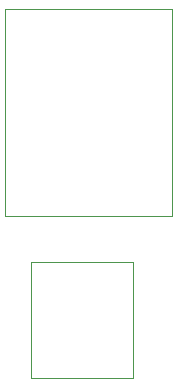
<source format=gbr>
G04 #@! TF.GenerationSoftware,KiCad,Pcbnew,9.0.2*
G04 #@! TF.CreationDate,2025-12-31T10:57:56+01:00*
G04 #@! TF.ProjectId,synthmate_L432,73796e74-686d-4617-9465-5f4c3433322e,rev?*
G04 #@! TF.SameCoordinates,Original*
G04 #@! TF.FileFunction,Other,User*
%FSLAX46Y46*%
G04 Gerber Fmt 4.6, Leading zero omitted, Abs format (unit mm)*
G04 Created by KiCad (PCBNEW 9.0.2) date 2025-12-31 10:57:56*
%MOMM*%
%LPD*%
G01*
G04 APERTURE LIST*
%ADD10C,0.050000*%
G04 APERTURE END LIST*
D10*
G04 #@! TO.C,SW1*
X139760000Y-72770000D02*
X139760000Y-90270000D01*
X139760000Y-72770000D02*
X153960000Y-72770000D01*
X153960000Y-90270000D02*
X139760000Y-90270000D01*
X153960000Y-90270000D02*
X153960000Y-72770000D01*
G04 #@! TO.C,J8*
X142030000Y-94110000D02*
X150610000Y-94110000D01*
X142030000Y-104010000D02*
X142030000Y-94110000D01*
X150610000Y-94110000D02*
X150610000Y-104010000D01*
X150610000Y-104010000D02*
X142030000Y-104010000D01*
G04 #@! TD*
M02*

</source>
